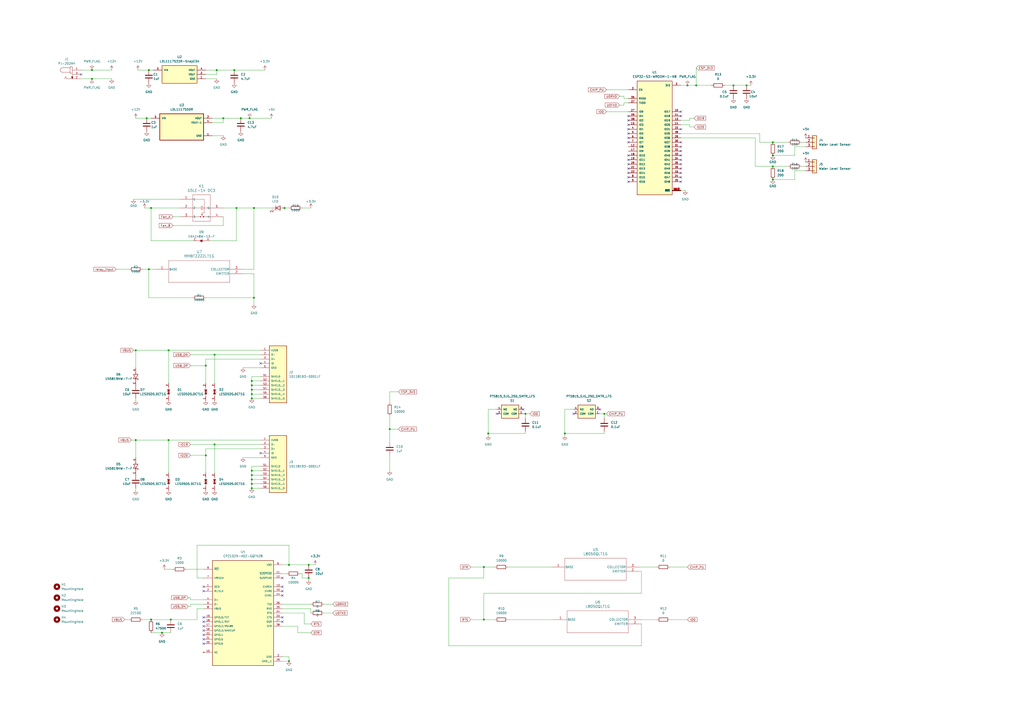
<source format=kicad_sch>
(kicad_sch (version 20230121) (generator eeschema)
  (paper "A2")
  (junction (at 398.78 49.53))
  (junction (at 129.54 68.58))
  (junction (at 448.31 96.52))
  (junction (at 147.32 172.72))
  (junction (at 448.31 82.55))
  (junction (at 93.98 367.03))
  (junction (at 147.32 120.65))
  (junction (at 283.21 251.46))
  (junction (at 167.64 383.54))
  (junction (at 280.67 328.93))
  (junction (at 350.52 240.03))
  (junction (at 146.05 228.6))
  (junction (at 146.05 223.52))
  (junction (at 135.89 40.64))
  (junction (at 280.67 359.41))
  (junction (at 146.05 275.59))
  (junction (at 304.8 240.03))
  (junction (at 165.1 120.65))
  (junction (at 425.45 49.53))
  (junction (at 99.06 359.41))
  (junction (at 167.64 327.66))
  (junction (at 78.74 255.27))
  (junction (at 146.05 226.06))
  (junction (at 86.36 40.64))
  (junction (at 85.09 68.58))
  (junction (at 433.07 49.53))
  (junction (at 139.7 68.58))
  (junction (at 97.79 255.27))
  (junction (at 226.06 248.92))
  (junction (at 403.86 49.53))
  (junction (at 87.63 120.65))
  (junction (at 124.46 205.74))
  (junction (at 125.73 40.64))
  (junction (at 448.31 90.17))
  (junction (at 53.34 40.64))
  (junction (at 327.66 251.46))
  (junction (at 146.05 273.05))
  (junction (at 86.36 156.21))
  (junction (at 144.78 68.58))
  (junction (at 78.74 203.2))
  (junction (at 119.38 264.16))
  (junction (at 146.05 280.67))
  (junction (at 146.05 283.21))
  (junction (at 448.31 104.14))
  (junction (at 179.07 327.66))
  (junction (at 146.05 278.13))
  (junction (at 97.79 203.2))
  (junction (at 119.38 212.09))
  (junction (at 146.05 231.14))
  (junction (at 137.16 120.65))
  (junction (at 87.63 359.41))
  (junction (at 53.34 45.72))
  (junction (at 179.07 335.28))
  (junction (at 146.05 220.98))
  (junction (at 124.46 257.81))
  (no_connect (at 364.49 69.85))
  (no_connect (at 151.13 262.89))
  (no_connect (at 394.97 64.77))
  (no_connect (at 394.97 105.41))
  (no_connect (at 163.83 358.14))
  (no_connect (at 394.97 90.17))
  (no_connect (at 364.49 105.41))
  (no_connect (at 364.49 92.71))
  (no_connect (at 364.49 72.39))
  (no_connect (at 364.49 97.79))
  (no_connect (at 394.97 87.63))
  (no_connect (at 46.99 43.18))
  (no_connect (at 364.49 82.55))
  (no_connect (at 163.83 360.68))
  (no_connect (at 364.49 77.47))
  (no_connect (at 394.97 95.25))
  (no_connect (at 394.97 67.31))
  (no_connect (at 118.11 373.38))
  (no_connect (at 394.97 74.93))
  (no_connect (at 332.74 240.03))
  (no_connect (at 364.49 90.17))
  (no_connect (at 118.11 370.84))
  (no_connect (at 163.83 345.44))
  (no_connect (at 118.11 358.14))
  (no_connect (at 394.97 92.71))
  (no_connect (at 118.11 368.3))
  (no_connect (at 394.97 82.55))
  (no_connect (at 118.11 365.76))
  (no_connect (at 163.83 342.9))
  (no_connect (at 394.97 102.87))
  (no_connect (at 364.49 102.87))
  (no_connect (at 303.53 237.49))
  (no_connect (at 364.49 100.33))
  (no_connect (at 163.83 340.36))
  (no_connect (at 118.11 342.9))
  (no_connect (at 394.97 85.09))
  (no_connect (at 364.49 67.31))
  (no_connect (at 364.49 74.93))
  (no_connect (at 394.97 100.33))
  (no_connect (at 394.97 97.79))
  (no_connect (at 163.83 335.28))
  (no_connect (at 118.11 363.22))
  (no_connect (at 288.29 240.03))
  (no_connect (at 118.11 360.68))
  (no_connect (at 347.98 237.49))
  (no_connect (at 151.13 210.82))
  (no_connect (at 364.49 80.01))
  (no_connect (at 364.49 95.25))
  (no_connect (at 118.11 340.36))
  (wire (pts (xy 144.78 68.58) (xy 157.48 68.58)))
  (wire (pts (xy 119.38 40.64) (xy 125.73 40.64)))
  (wire (pts (xy 283.21 251.46) (xy 304.8 251.46)))
  (wire (pts (xy 146.05 278.13) (xy 151.13 278.13)))
  (wire (pts (xy 78.74 203.2) (xy 97.79 203.2)))
  (wire (pts (xy 167.64 381) (xy 167.64 383.54)))
  (wire (pts (xy 165.1 120.65) (xy 167.64 120.65)))
  (wire (pts (xy 147.32 156.21) (xy 140.97 156.21)))
  (wire (pts (xy 226.06 264.16) (xy 226.06 273.05)))
  (wire (pts (xy 86.36 40.64) (xy 88.9 40.64)))
  (wire (pts (xy 294.64 359.41) (xy 321.31 359.41)))
  (wire (pts (xy 146.05 223.52) (xy 146.05 226.06)))
  (wire (pts (xy 304.8 240.03) (xy 307.34 240.03)))
  (wire (pts (xy 129.54 71.12) (xy 129.54 68.58)))
  (wire (pts (xy 80.01 40.64) (xy 86.36 40.64)))
  (wire (pts (xy 172.72 363.22) (xy 172.72 367.03)))
  (wire (pts (xy 46.99 45.72) (xy 53.34 45.72)))
  (wire (pts (xy 125.73 40.64) (xy 135.89 40.64)))
  (wire (pts (xy 226.06 248.92) (xy 226.06 256.54)))
  (wire (pts (xy 146.05 220.98) (xy 146.05 223.52)))
  (wire (pts (xy 394.97 72.39) (xy 400.05 72.39)))
  (wire (pts (xy 146.05 223.52) (xy 151.13 223.52)))
  (wire (pts (xy 350.52 240.03) (xy 351.79 240.03)))
  (wire (pts (xy 146.05 228.6) (xy 146.05 231.14)))
  (wire (pts (xy 146.05 218.44) (xy 146.05 220.98)))
  (wire (pts (xy 97.79 203.2) (xy 151.13 203.2)))
  (wire (pts (xy 435.61 49.53) (xy 433.07 49.53)))
  (wire (pts (xy 46.99 40.64) (xy 53.34 40.64)))
  (wire (pts (xy 226.06 248.92) (xy 231.14 248.92)))
  (wire (pts (xy 110.49 351.79) (xy 110.49 350.52)))
  (wire (pts (xy 359.41 55.88) (xy 361.95 55.88)))
  (wire (pts (xy 163.83 353.06) (xy 180.34 353.06)))
  (wire (pts (xy 327.66 237.49) (xy 327.66 251.46)))
  (wire (pts (xy 121.92 139.7) (xy 137.16 139.7)))
  (wire (pts (xy 110.49 257.81) (xy 124.46 257.81)))
  (wire (pts (xy 400.05 69.85) (xy 400.05 68.58)))
  (wire (pts (xy 119.38 264.16) (xy 119.38 260.35)))
  (wire (pts (xy 146.05 275.59) (xy 146.05 278.13)))
  (wire (pts (xy 372.11 361.95) (xy 372.11 374.65)))
  (wire (pts (xy 110.49 205.74) (xy 124.46 205.74)))
  (wire (pts (xy 123.19 78.74) (xy 129.54 78.74)))
  (wire (pts (xy 146.05 278.13) (xy 146.05 280.67)))
  (wire (pts (xy 350.52 250.19) (xy 350.52 251.46)))
  (wire (pts (xy 119.38 264.16) (xy 119.38 274.32)))
  (wire (pts (xy 119.38 208.28) (xy 151.13 208.28)))
  (wire (pts (xy 464.82 96.52) (xy 467.36 96.52)))
  (wire (pts (xy 440.69 82.55) (xy 448.31 82.55)))
  (wire (pts (xy 100.33 125.73) (xy 104.14 125.73)))
  (wire (pts (xy 187.96 355.6) (xy 193.04 355.6)))
  (wire (pts (xy 100.33 130.81) (xy 129.54 130.81)))
  (wire (pts (xy 370.84 328.93) (xy 381 328.93)))
  (wire (pts (xy 433.07 49.53) (xy 425.45 49.53)))
  (wire (pts (xy 372.11 374.65) (xy 260.35 374.65)))
  (wire (pts (xy 461.01 104.14) (xy 448.31 104.14)))
  (wire (pts (xy 110.49 212.09) (xy 119.38 212.09)))
  (wire (pts (xy 461.01 99.06) (xy 461.01 104.14)))
  (wire (pts (xy 78.74 255.27) (xy 78.74 265.43)))
  (wire (pts (xy 146.05 220.98) (xy 151.13 220.98)))
  (wire (pts (xy 394.97 69.85) (xy 400.05 69.85)))
  (wire (pts (xy 107.95 330.2) (xy 118.11 330.2)))
  (wire (pts (xy 119.38 43.18) (xy 125.73 43.18)))
  (wire (pts (xy 260.35 335.28) (xy 280.67 335.28)))
  (wire (pts (xy 163.83 381) (xy 167.64 381)))
  (wire (pts (xy 139.7 68.58) (xy 144.78 68.58)))
  (wire (pts (xy 140.97 158.75) (xy 147.32 158.75)))
  (wire (pts (xy 129.54 68.58) (xy 139.7 68.58)))
  (wire (pts (xy 173.99 332.74) (xy 175.26 332.74)))
  (wire (pts (xy 114.3 335.28) (xy 114.3 316.23)))
  (wire (pts (xy 114.3 359.41) (xy 99.06 359.41)))
  (wire (pts (xy 147.32 172.72) (xy 147.32 176.53)))
  (wire (pts (xy 464.82 82.55) (xy 467.36 82.55)))
  (wire (pts (xy 53.34 45.72) (xy 64.77 45.72)))
  (wire (pts (xy 398.78 49.53) (xy 403.86 49.53)))
  (wire (pts (xy 87.63 367.03) (xy 93.98 367.03)))
  (wire (pts (xy 147.32 120.65) (xy 147.32 156.21)))
  (wire (pts (xy 370.84 331.47) (xy 372.11 331.47)))
  (wire (pts (xy 176.53 355.6) (xy 176.53 361.95)))
  (wire (pts (xy 332.74 237.49) (xy 327.66 237.49)))
  (wire (pts (xy 124.46 257.81) (xy 124.46 274.32)))
  (wire (pts (xy 400.05 72.39) (xy 400.05 73.66)))
  (wire (pts (xy 280.67 359.41) (xy 287.02 359.41)))
  (wire (pts (xy 163.83 332.74) (xy 166.37 332.74)))
  (wire (pts (xy 146.05 283.21) (xy 151.13 283.21)))
  (wire (pts (xy 114.3 353.06) (xy 114.3 359.41)))
  (wire (pts (xy 86.36 172.72) (xy 86.36 156.21)))
  (wire (pts (xy 97.79 255.27) (xy 97.79 274.32)))
  (wire (pts (xy 440.69 77.47) (xy 440.69 82.55)))
  (wire (pts (xy 146.05 273.05) (xy 146.05 275.59)))
  (wire (pts (xy 420.37 49.53) (xy 425.45 49.53)))
  (wire (pts (xy 327.66 251.46) (xy 327.66 252.73)))
  (wire (pts (xy 163.83 383.54) (xy 167.64 383.54)))
  (wire (pts (xy 78.74 68.58) (xy 85.09 68.58)))
  (wire (pts (xy 400.05 73.66) (xy 402.59 73.66)))
  (wire (pts (xy 110.49 264.16) (xy 119.38 264.16)))
  (wire (pts (xy 461.01 90.17) (xy 448.31 90.17)))
  (wire (pts (xy 359.41 60.96) (xy 361.95 60.96)))
  (wire (pts (xy 140.97 265.43) (xy 151.13 265.43)))
  (wire (pts (xy 123.19 71.12) (xy 129.54 71.12)))
  (wire (pts (xy 448.31 96.52) (xy 457.2 96.52)))
  (wire (pts (xy 280.67 335.28) (xy 280.67 328.93)))
  (wire (pts (xy 78.74 255.27) (xy 97.79 255.27)))
  (wire (pts (xy 294.64 328.93) (xy 320.04 328.93)))
  (wire (pts (xy 347.98 240.03) (xy 350.52 240.03)))
  (wire (pts (xy 119.38 260.35) (xy 151.13 260.35)))
  (wire (pts (xy 283.21 237.49) (xy 283.21 251.46)))
  (wire (pts (xy 87.63 359.41) (xy 99.06 359.41)))
  (wire (pts (xy 114.3 316.23) (xy 167.64 316.23)))
  (wire (pts (xy 78.74 203.2) (xy 78.74 213.36)))
  (wire (pts (xy 124.46 205.74) (xy 151.13 205.74)))
  (wire (pts (xy 403.86 49.53) (xy 412.75 49.53)))
  (wire (pts (xy 438.15 80.01) (xy 438.15 96.52)))
  (wire (pts (xy 119.38 45.72) (xy 125.73 45.72)))
  (wire (pts (xy 179.07 336.55) (xy 179.07 335.28)))
  (wire (pts (xy 53.34 40.64) (xy 64.77 40.64)))
  (wire (pts (xy 146.05 280.67) (xy 151.13 280.67)))
  (wire (pts (xy 175.26 332.74) (xy 175.26 335.28)))
  (wire (pts (xy 129.54 120.65) (xy 137.16 120.65)))
  (wire (pts (xy 273.05 328.93) (xy 280.67 328.93)))
  (wire (pts (xy 180.34 353.06) (xy 180.34 355.6)))
  (wire (pts (xy 372.11 344.17) (xy 280.67 344.17)))
  (wire (pts (xy 119.38 212.09) (xy 119.38 208.28)))
  (wire (pts (xy 175.26 335.28) (xy 179.07 335.28)))
  (wire (pts (xy 146.05 275.59) (xy 151.13 275.59)))
  (wire (pts (xy 125.73 43.18) (xy 125.73 40.64)))
  (wire (pts (xy 151.13 270.51) (xy 146.05 270.51)))
  (wire (pts (xy 283.21 251.46) (xy 283.21 252.73)))
  (wire (pts (xy 361.95 57.15) (xy 364.49 57.15)))
  (wire (pts (xy 77.47 115.57) (xy 104.14 115.57)))
  (wire (pts (xy 124.46 257.81) (xy 151.13 257.81)))
  (wire (pts (xy 280.67 344.17) (xy 280.67 359.41)))
  (wire (pts (xy 394.97 49.53) (xy 398.78 49.53)))
  (wire (pts (xy 110.49 347.98) (xy 118.11 347.98)))
  (wire (pts (xy 110.49 346.71) (xy 110.49 347.98)))
  (wire (pts (xy 350.52 251.46) (xy 327.66 251.46)))
  (wire (pts (xy 179.07 327.66) (xy 182.88 327.66)))
  (wire (pts (xy 372.11 331.47) (xy 372.11 344.17)))
  (wire (pts (xy 135.89 40.64) (xy 153.67 40.64)))
  (wire (pts (xy 87.63 120.65) (xy 104.14 120.65)))
  (wire (pts (xy 394.97 80.01) (xy 438.15 80.01)))
  (wire (pts (xy 231.14 227.33) (xy 226.06 227.33)))
  (wire (pts (xy 350.52 240.03) (xy 350.52 242.57)))
  (wire (pts (xy 303.53 240.03) (xy 304.8 240.03)))
  (wire (pts (xy 146.05 226.06) (xy 146.05 228.6)))
  (wire (pts (xy 146.05 280.67) (xy 146.05 283.21)))
  (wire (pts (xy 77.47 203.2) (xy 78.74 203.2)))
  (wire (pts (xy 288.29 237.49) (xy 283.21 237.49)))
  (wire (pts (xy 137.16 139.7) (xy 137.16 120.65)))
  (wire (pts (xy 226.06 241.3) (xy 226.06 248.92)))
  (wire (pts (xy 351.79 52.07) (xy 364.49 52.07)))
  (wire (pts (xy 140.97 213.36) (xy 151.13 213.36)))
  (wire (pts (xy 85.09 68.58) (xy 87.63 68.58)))
  (wire (pts (xy 129.54 125.73) (xy 129.54 130.81)))
  (wire (pts (xy 146.05 270.51) (xy 146.05 273.05)))
  (wire (pts (xy 361.95 59.69) (xy 364.49 59.69)))
  (wire (pts (xy 110.49 350.52) (xy 118.11 350.52)))
  (wire (pts (xy 109.22 346.71) (xy 110.49 346.71)))
  (wire (pts (xy 146.05 273.05) (xy 151.13 273.05)))
  (wire (pts (xy 388.62 359.41) (xy 398.78 359.41)))
  (wire (pts (xy 123.19 68.58) (xy 129.54 68.58)))
  (wire (pts (xy 146.05 226.06) (xy 151.13 226.06)))
  (wire (pts (xy 111.76 172.72) (xy 86.36 172.72)))
  (wire (pts (xy 87.63 139.7) (xy 111.76 139.7)))
  (wire (pts (xy 146.05 228.6) (xy 151.13 228.6)))
  (wire (pts (xy 361.95 55.88) (xy 361.95 57.15)))
  (wire (pts (xy 187.96 350.52) (xy 193.04 350.52)))
  (wire (pts (xy 167.64 327.66) (xy 179.07 327.66)))
  (wire (pts (xy 163.83 120.65) (xy 165.1 120.65)))
  (wire (pts (xy 461.01 85.09) (xy 461.01 90.17)))
  (wire (pts (xy 403.86 39.37) (xy 403.86 49.53)))
  (wire (pts (xy 163.83 355.6) (xy 176.53 355.6)))
  (wire (pts (xy 151.13 218.44) (xy 146.05 218.44)))
  (wire (pts (xy 400.05 68.58) (xy 402.59 68.58)))
  (wire (pts (xy 273.05 359.41) (xy 280.67 359.41)))
  (wire (pts (xy 163.83 363.22) (xy 172.72 363.22)))
  (wire (pts (xy 95.25 330.2) (xy 100.33 330.2)))
  (wire (pts (xy 304.8 250.19) (xy 304.8 251.46)))
  (wire (pts (xy 438.15 96.52) (xy 448.31 96.52)))
  (wire (pts (xy 87.63 139.7) (xy 87.63 120.65)))
  (wire (pts (xy 461.01 99.06) (xy 467.36 99.06)))
  (wire (pts (xy 82.55 156.21) (xy 86.36 156.21)))
  (wire (pts (xy 394.97 77.47) (xy 440.69 77.47)))
  (wire (pts (xy 172.72 367.03) (xy 180.34 367.03)))
  (wire (pts (xy 146.05 231.14) (xy 151.13 231.14)))
  (wire (pts (xy 119.38 172.72) (xy 147.32 172.72)))
  (wire (pts (xy 147.32 158.75) (xy 147.32 172.72)))
  (wire (pts (xy 163.83 327.66) (xy 167.64 327.66)))
  (wire (pts (xy 83.82 120.65) (xy 87.63 120.65)))
  (wire (pts (xy 163.83 350.52) (xy 180.34 350.52)))
  (wire (pts (xy 109.22 351.79) (xy 110.49 351.79)))
  (wire (pts (xy 67.31 156.21) (xy 74.93 156.21)))
  (wire (pts (xy 388.62 328.93) (xy 398.78 328.93)))
  (wire (pts (xy 82.55 359.41) (xy 87.63 359.41)))
  (wire (pts (xy 175.26 120.65) (xy 180.34 120.65)))
  (wire (pts (xy 167.64 316.23) (xy 167.64 327.66)))
  (wire (pts (xy 76.2 255.27) (xy 78.74 255.27)))
  (wire (pts (xy 93.98 367.03) (xy 99.06 367.03)))
  (wire (pts (xy 226.06 227.33) (xy 226.06 233.68)))
  (wire (pts (xy 397.51 110.49) (xy 394.97 110.49)))
  (wire (pts (xy 137.16 120.65) (xy 147.32 120.65)))
  (wire (pts (xy 176.53 361.95) (xy 180.34 361.95)))
  (wire (pts (xy 361.95 60.96) (xy 361.95 59.69)))
  (wire (pts (xy 260.35 374.65) (xy 260.35 335.28)))
  (wire (pts (xy 97.79 203.2) (xy 97.79 222.25)))
  (wire (pts (xy 280.67 328.93) (xy 287.02 328.93)))
  (wire (pts (xy 448.31 82.55) (xy 457.2 82.55)))
  (wire (pts (xy 372.11 359.41) (xy 381 359.41)))
  (wire (pts (xy 124.46 205.74) (xy 124.46 222.25)))
  (wire (pts (xy 351.79 64.77) (xy 364.49 64.77)))
  (wire (pts (xy 97.79 255.27) (xy 151.13 255.27)))
  (wire (pts (xy 119.38 212.09) (xy 119.38 222.25)))
  (wire (pts (xy 78.74 231.14) (xy 78.74 232.41)))
  (wire (pts (xy 72.39 359.41) (xy 74.93 359.41)))
  (wire (pts (xy 304.8 240.03) (xy 304.8 242.57)))
  (wire (pts (xy 86.36 156.21) (xy 90.17 156.21)))
  (wire (pts (xy 78.74 283.21) (xy 78.74 284.48)))
  (wire (pts (xy 118.11 353.06) (xy 114.3 353.06)))
  (wire (pts (xy 147.32 120.65) (xy 157.48 120.65)))
  (wire (pts (xy 461.01 85.09) (xy 467.36 85.09)))
  (wire (pts (xy 118.11 335.28) (xy 114.3 335.28)))
  (global_label "U0RXD" (shape input) (at 359.41 55.88 180) (property "Intersheetrefs" "${INTERSHEET_REFS}" (effects hide)))
  (global_label "VBUS" (shape input) (at 76.2 255.27 180) (property "Intersheetrefs" "${INTERSHEET_REFS}" (effects hide)))
  (global_label "IO0" (shape input) (at 307.34 240.03 0) (property "Intersheetrefs" "${INTERSHEET_REFS}" (effects hide)))
  (global_label "U0RXD" (shape input) (at 193.04 350.52 0) (property "Intersheetrefs" "${INTERSHEET_REFS}" (effects hide)))
  (global_label "Fan_B" (shape input) (at 100.33 130.81 180) (property "Intersheetrefs" "${INTERSHEET_REFS}" (effects hide)))
  (global_label "U0TXD" (shape input) (at 193.04 355.6 0) (property "Intersheetrefs" "${INTERSHEET_REFS}" (effects hide)))
  (global_label "CHIP_PU" (shape input) (at 398.78 328.93 0) (property "Intersheetrefs" "${INTERSHEET_REFS}" (effects hide)))
  (global_label "ESP_3V3" (shape input) (at 403.86 39.37 0) (property "Intersheetrefs" "${INTERSHEET_REFS}" (effects hide)))
  (global_label "CHIP_PU" (shape input) (at 351.79 52.07 180) (property "Intersheetrefs" "${INTERSHEET_REFS}" (effects hide)))
  (global_label "DTR" (shape input) (at 273.05 328.93 180) (property "Intersheetrefs" "${INTERSHEET_REFS}" (effects hide)))
  (global_label "IO19" (shape input) (at 402.59 68.58 0) (property "Intersheetrefs" "${INTERSHEET_REFS}" (effects hide)))
  (global_label "RTS" (shape input) (at 273.05 359.41 180) (property "Intersheetrefs" "${INTERSHEET_REFS}" (effects hide)))
  (global_label "IO0" (shape input) (at 351.79 64.77 180) (property "Intersheetrefs" "${INTERSHEET_REFS}" (effects hide)))
  (global_label "CHIP_PU" (shape input) (at 231.14 248.92 0) (property "Intersheetrefs" "${INTERSHEET_REFS}" (effects hide)))
  (global_label "Fan_A" (shape input) (at 100.33 125.73 180) (property "Intersheetrefs" "${INTERSHEET_REFS}" (effects hide)))
  (global_label "IO20" (shape input) (at 110.49 264.16 180) (property "Intersheetrefs" "${INTERSHEET_REFS}" (effects hide)))
  (global_label "USB_DP" (shape input) (at 110.49 212.09 180) (property "Intersheetrefs" "${INTERSHEET_REFS}" (effects hide)))
  (global_label "VBUS" (shape input) (at 77.47 203.2 180) (property "Intersheetrefs" "${INTERSHEET_REFS}" (effects hide)))
  (global_label "U0TXD" (shape input) (at 359.41 60.96 180) (property "Intersheetrefs" "${INTERSHEET_REFS}" (effects hide)))
  (global_label "VBUS" (shape input) (at 72.39 359.41 180) (property "Intersheetrefs" "${INTERSHEET_REFS}" (effects hide)))
  (global_label "USB_DN" (shape input) (at 109.22 351.79 180) (property "Intersheetrefs" "${INTERSHEET_REFS}" (effects hide)))
  (global_label "RTS" (shape input) (at 180.34 361.95 0) (property "Intersheetrefs" "${INTERSHEET_REFS}" (effects hide)))
  (global_label "IO20" (shape input) (at 402.59 73.66 0) (property "Intersheetrefs" "${INTERSHEET_REFS}" (effects hide)))
  (global_label "CHIP_PU" (shape input) (at 351.79 240.03 0) (property "Intersheetrefs" "${INTERSHEET_REFS}" (effects hide)))
  (global_label "ESP_3V3" (shape input) (at 231.14 227.33 0) (property "Intersheetrefs" "${INTERSHEET_REFS}" (effects hide)))
  (global_label "USB_DN" (shape input) (at 110.49 205.74 180) (property "Intersheetrefs" "${INTERSHEET_REFS}" (effects hide)))
  (global_label "relay_input" (shape input) (at 67.31 156.21 180) (property "Intersheetrefs" "${INTERSHEET_REFS}" (effects hide)))
  (global_label "DTR" (shape input) (at 180.34 367.03 0) (property "Intersheetrefs" "${INTERSHEET_REFS}" (effects hide)))
  (global_label "USB_DP" (shape input) (at 109.22 346.71 180) (property "Intersheetrefs" "${INTERSHEET_REFS}" (effects hide)))
  (global_label "IO19" (shape input) (at 110.49 257.81 180) (property "Intersheetrefs" "${INTERSHEET_REFS}" (effects hide)))
  (global_label "IO0" (shape input) (at 398.78 359.41 0) (property "Intersheetrefs" "${INTERSHEET_REFS}" (effects hide)))
  (symbol (lib_id "power:GND") (at 85.09 76.2 0) (unit 1)
    (property "Reference" "#PWR08" (effects hide))
    (property "Value" "GND" (at 85.09 81.28 0))
  )
  (symbol (lib_id "ECE445:LESD5D5.0CT1G") (at 124.46 279.4 90) (unit 1)
    (property "Reference" "D4" (at 127 278.13 90) (effects (justify right)))
    (property "Value" "LESD5D5.0CT1G" (at 127 280.67 90) (effects (justify right)))
    (property "Footprint" "ECE445:LESD5D5_0CT1G" (effects hide))
    (property "MF" "Leshan Radio Co." (effects hide))
    (property "MAXIMUM_PACKAGE_HEIGHT" "0.7 mm" (effects hide))
    (property "Package" "None" (effects hide))
    (property "Price" "None" (effects hide))
    (property "Check_prices" "https://www.snapeda.com/parts/LESD5D5.0CT1G/Leshan+Radio+Co./view-part/?ref=eda" (effects hide))
    (property "STANDARD" "Manufacturer Recommendations" (effects hide))
    (property "PARTREV" "O" (effects hide))
    (property "SnapEDA_Link" "https://www.snapeda.com/parts/LESD5D5.0CT1G/Leshan+Radio+Co./view-part/?ref=snap" (effects hide))
    (property "MP" "LESD5D5.0CT1G" (effects hide))
    (property "Description" "\nTransient Voltage Suppressors for ESD Protection\n" (effects hide))
    (property "Availability" "Not in stock" (effects hide))
    (property "MANUFACTURER" "LRC" (effects hide))
  )
  (symbol (lib_id "power:GND") (at 425.45 57.15 0) (mirror y) (unit 1)
    (property "Reference" "#PWR014" (effects hide))
    (property "Value" "GND" (at 425.45 62.23 0))
  )
  (symbol (lib_id "Mechanical:MountingHole") (at 33.02 359.41 0) (unit 1)
    (property "Reference" "H4" (at 35.56 358.14 0) (effects (justify left)))
    (property "Value" "MountingHole" (at 35.56 360.68 0) (effects (justify left)))
    (property "Footprint" "MountingHole:MountingHole_3.2mm_M3" (effects hide))
  )
  (symbol (lib_id "Device:R") (at 171.45 120.65 90) (unit 1)
    (property "Reference" "R19" (at 171.45 119.38 90))
    (property "Value" "1000" (at 171.45 121.92 90))
  )
  (symbol (lib_id "Device:R") (at 461.01 96.52 90) (unit 1)
    (property "Reference" "R16" (at 461.01 95.25 90))
    (property "Value" "100" (at 461.01 97.79 90))
  )
  (symbol (lib_id "Device:R") (at 184.15 355.6 90) (unit 1)
    (property "Reference" "R8" (at 184.15 354.33 90))
    (property "Value" "0" (at 184.15 356.87 90))
    (property "Footprint" "Resistor_SMD:R_0805_2012Metric_Pad1.20x1.40mm_HandSolder" (effects hide))
  )
  (symbol (lib_id "Connector_Generic:Conn_01x03") (at 472.44 96.52 0) (unit 1)
    (property "Reference" "J5" (at 474.98 95.25 0) (effects (justify left)))
    (property "Value" "Water Level Sensor" (at 474.98 97.79 0) (effects (justify left)))
  )
  (symbol (lib_id "power:PWR_FLAG") (at 53.34 40.64 0) (unit 1)
    (property "Reference" "#FLG01" (effects hide))
    (property "Value" "PWR_FLAG" (at 53.34 35.56 0))
  )
  (symbol (lib_id "power:GND") (at 448.31 90.17 0) (unit 1)
    (property "Reference" "#PWR037" (effects hide))
    (property "Value" "GND" (at 448.31 93.98 0))
  )
  (symbol (lib_id "power:GND") (at 97.79 284.48 0) (unit 1)
    (property "Reference" "#PWR033" (effects hide))
    (property "Value" "GND" (at 97.79 289.56 0))
  )
  (symbol (lib_id "power:+5V") (at 467.36 80.01 0) (unit 1)
    (property "Reference" "#PWR034" (effects hide))
    (property "Value" "+5V" (at 467.36 74.93 0))
  )
  (symbol (lib_id "power:+3.3V") (at 83.82 120.65 0) (unit 1)
    (property "Reference" "#PWR042" (effects hide))
    (property "Value" "+3.3V" (at 83.82 116.84 0))
  )
  (symbol (lib_id "ECE445:L8050QLT1G") (at 321.31 359.41 0) (unit 1)
    (property "Reference" "U6" (at 346.71 349.25 0) (effects (font (size 1.524 1.524))))
    (property "Value" "L8050QLT1G" (at 346.71 351.79 0) (effects (font (size 1.524 1.524))))
    (property "Footprint" "ECE445:SOT-23_ONS" (effects hide))
    (property "Datasheet" "KSC3265YMTF" (effects hide))
  )
  (symbol (lib_id "Device:R") (at 290.83 328.93 90) (unit 1)
    (property "Reference" "R9" (at 290.83 322.58 90))
    (property "Value" "10000" (at 290.83 325.12 90))
    (property "Footprint" "Resistor_SMD:R_0805_2012Metric_Pad1.20x1.40mm_HandSolder" (effects hide))
  )
  (symbol (lib_id "Connector_Generic:Conn_01x03") (at 472.44 82.55 0) (unit 1)
    (property "Reference" "J4" (at 474.98 81.28 0) (effects (justify left)))
    (property "Value" "Water Level Sensor" (at 474.98 83.82 0) (effects (justify left)))
  )
  (symbol (lib_id "Device:R") (at 448.31 100.33 0) (unit 1)
    (property "Reference" "R18" (at 450.85 99.06 0) (effects (justify left)))
    (property "Value" "200" (at 450.85 101.6 0) (effects (justify left)))
  )
  (symbol (lib_id "power:GND") (at 119.38 284.48 0) (unit 1)
    (property "Reference" "#PWR018" (effects hide))
    (property "Value" "GND" (at 119.38 289.56 0))
  )
  (symbol (lib_id "ECE445:L8050QLT1G") (at 320.04 328.93 0) (unit 1)
    (property "Reference" "U5" (at 345.44 318.77 0) (effects (font (size 1.524 1.524))))
    (property "Value" "L8050QLT1G" (at 345.44 321.31 0) (effects (font (size 1.524 1.524))))
    (property "Footprint" "ECE445:SOT-23_ONS" (effects hide))
    (property "Datasheet" "KSC3265YMTF" (effects hide))
  )
  (symbol (lib_id "ECE445:MMBT2222LT1G") (at 90.17 156.21 0) (unit 1)
    (property "Reference" "U7" (at 115.57 146.05 0) (effects (font (size 1.524 1.524))))
    (property "Value" "MMBT2222LT1G" (at 115.57 148.59 0) (effects (font (size 1.524 1.524))))
    (property "Footprint" "SOT-23-3_1P4X3P040_ONS" (effects hide))
    (property "Datasheet" "MMBT2222LT1G" (effects hide))
  )
  (symbol (lib_id "Device:R") (at 226.06 237.49 0) (unit 1)
    (property "Reference" "R14" (at 228.6 236.22 0) (effects (justify left)))
    (property "Value" "10000" (at 228.6 238.76 0) (effects (justify left)))
    (property "Footprint" "Resistor_SMD:R_0805_2012Metric_Pad1.20x1.40mm_HandSolder" (effects hide))
  )
  (symbol (lib_id "Device:C") (at 99.06 363.22 0) (unit 1)
    (property "Reference" "C9" (at 102.87 361.95 0) (effects (justify left)))
    (property "Value" "1uF" (at 102.87 364.49 0) (effects (justify left)))
    (property "Footprint" "Capacitor_SMD:C_0805_2012Metric_Pad1.18x1.45mm_HandSolder" (effects hide))
  )
  (symbol (lib_id "power:GND") (at 129.54 78.74 0) (unit 1)
    (property "Reference" "#PWR036" (effects hide))
    (property "Value" "GND" (at 129.54 83.82 0))
  )
  (symbol (lib_id "power:GND") (at 139.7 76.2 0) (unit 1)
    (property "Reference" "#PWR039" (effects hide))
    (property "Value" "GND" (at 139.7 81.28 0))
  )
  (symbol (lib_id "ECE445:10118193-0001LF") (at 161.29 262.89 0) (unit 1)
    (property "Reference" "J3" (at 167.64 267.97 0) (effects (justify left)))
    (property "Value" "10118193-0001LF" (at 167.64 270.51 0) (effects (justify left)))
    (property "Footprint" "ECE445:10118193-0001LF" (effects hide))
    (property "PARTREV" "E" (effects hide))
    (property "MANUFACTURER" "Amphenol FCI" (effects hide))
    (property "MAXIMUM_PACKAGE_HEIGHT" "2.55 mm" (effects hide))
    (property "STANDARD" "Manufacturer Recommendations" (effects hide))
  )
  (symbol (lib_id "Device:C") (at 135.89 44.45 0) (unit 1)
    (property "Reference" "C2" (at 139.7 43.18 0) (effects (justify left)))
    (property "Value" "4.7uF" (at 139.7 45.72 0) (effects (justify left)))
    (property "Footprint" "Capacitor_SMD:C_0805_2012Metric_Pad1.18x1.45mm_HandSolder" (effects hide))
  )
  (symbol (lib_id "ECE445:1N5819HW-7-F") (at 78.74 270.51 270) (unit 1)
    (property "Reference" "D5" (at 67.31 269.24 90) (effects (justify left)))
    (property "Value" "1N5819HW-7-F" (at 60.96 271.78 90) (effects (justify left)))
    (property "Footprint" "ECE445:1N5819HW-7-F" (effects hide))
    (property "PARTREV" "18-2" (effects hide))
    (property "STANDARD" "IPC-7351B" (effects hide))
    (property "MANUFACTURER" "Diodes Inc." (effects hide))
  )
  (symbol (lib_id "Device:C") (at 350.52 246.38 0) (unit 1)
    (property "Reference" "C12" (at 354.33 245.11 0) (effects (justify left)))
    (property "Value" "0.1uF" (at 354.33 247.65 0) (effects (justify left)))
    (property "Footprint" "Capacitor_SMD:C_0805_2012Metric_Pad1.18x1.45mm_HandSolder" (effects hide))
  )
  (symbol (lib_id "ECE445:1N5819HW-7-F") (at 78.74 218.44 270) (unit 1)
    (property "Reference" "D6" (at 67.31 217.17 90) (effects (justify left)))
    (property "Value" "1N5819HW-7-F" (at 60.96 219.71 90) (effects (justify left)))
    (property "Footprint" "ECE445:1N5819HW-7-F" (effects hide))
    (property "PARTREV" "18-2" (effects hide))
    (property "STANDARD" "IPC-7351B" (effects hide))
    (property "MANUFACTURER" "Diodes Inc." (effects hide))
  )
  (symbol (lib_id "ECE445:LESD5D5.0CT1G") (at 119.38 227.33 90) (unit 1)
    (property "Reference" "D1" (at 102.87 226.06 90) (effects (justify right)))
    (property "Value" "LESD5D5.0CT1G" (at 102.87 228.6 90) (effects (justify right)))
    (property "Footprint" "ECE445:LESD5D5_0CT1G" (effects hide))
    (property "MF" "Leshan Radio Co." (effects hide))
    (property "MAXIMUM_PACKAGE_HEIGHT" "0.7 mm" (effects hide))
    (property "Package" "None" (effects hide))
    (property "Price" "None" (effects hide))
    (property "Check_prices" "https://www.snapeda.com/parts/LESD5D5.0CT1G/Leshan+Radio+Co./view-part/?ref=eda" (effects hide))
    (property "STANDARD" "Manufacturer Recommendations" (effects hide))
    (property "PARTREV" "O" (effects hide))
    (property "SnapEDA_Link" "https://www.snapeda.com/parts/LESD5D5.0CT1G/Leshan+Radio+Co./view-part/?ref=snap" (effects hide))
    (property "MP" "LESD5D5.0CT1G" (effects hide))
    (property "Description" "\nTransient Voltage Suppressors for ESD Protection\n" (effects hide))
    (property "Availability" "Not in stock" (effects hide))
    (property "MANUFACTURER" "LRC" (effects hide))
  )
  (symbol (lib_id "power:GND") (at 283.21 252.73 0) (unit 1)
    (property "Reference" "#PWR030" (effects hide))
    (property "Value" "GND" (at 283.21 257.81 0))
  )
  (symbol (lib_id "power:+12V") (at 64.77 40.64 0) (unit 1)
    (property "Reference" "#PWR01" (effects hide))
    (property "Value" "+12V" (at 64.77 35.56 0))
  )
  (symbol (lib_id "power:+3.3V") (at 182.88 327.66 0) (unit 1)
    (property "Reference" "#PWR025" (effects hide))
    (property "Value" "+3.3V" (at 182.88 322.58 0))
  )
  (symbol (lib_id "ECE445:ESP32-S3-WROOM-1-N8") (at 379.73 77.47 0) (unit 1)
    (property "Reference" "U1" (at 379.73 41.91 0))
    (property "Value" "ESP32-S3-WROOM-1-N8" (at 379.73 44.45 0))
    (property "Footprint" "ECE445:ESP32-S3-WROOM-1-N8-SnapEDA" (effects hide))
    (property "DigiKey_Part_Number" "1965-ESP32-S3-WROOM-1-N8TR-ND" (effects hide))
    (property "MF" "Espressif Systems" (effects hide))
    (property "DESCRIPTION" "Bluetooth, WiFi 802.11b/g/n, Bluetooth v5.0 Transceiver Module 2.4GHz PCB Trace Surface Mount" (effects hide))
    (property "PACKAGE" "None" (effects hide))
    (property "PRICE" "None" (effects hide))
    (property "Package" "NON STANDARD Espressif Systems" (effects hide))
    (property "Check_prices" "https://www.snapeda.com/parts/ESP32-S3-WROOM-1-N8/Espressif+Systems/view-part/?ref=eda" (effects hide))
    (property "SnapEDA_Link" "https://www.snapeda.com/parts/ESP32-S3-WROOM-1-N8/Espressif+Systems/view-part/?ref=snap" (effects hide))
    (property "MP" "ESP32-S3-WROOM-1-N8" (effects hide))
    (property "Purchase-URL" "https://www.snapeda.com/api/url_track_click_mouser/?unipart_id=11020927&manufacturer=Espressif Systems&part_name=ESP32-S3-WROOM-1-N8&search_term=None" (effects hide))
    (property "Description" "\nWiFi 802.11a/b/g/n, Bluetooth v5.0 Transceiver Module 2.4GHz Antenna Not Included -\n" (effects hide))
    (property "AVAILABILITY" "In Stock" (effects hide))
    (property "PURCHASE-URL" "https://pricing.snapeda.com/search/part/ESP32-S3-WROOM-1-N8R8/?ref=eda" (effects hide))
  )
  (symbol (lib_id "power:GND") (at 179.07 336.55 0) (unit 1)
    (property "Reference" "#PWR026" (effects hide))
    (property "Value" "GND" (at 179.07 341.63 0))
  )
  (symbol (lib_id "ECE445:1N4148W-13-F") (at 116.84 139.7 180) (unit 1)
    (property "Reference" "D9" (at 116.84 134.62 0))
    (property "Value" "1N4148W-13-F" (at 116.84 137.16 0))
    (property "Footprint" "1N4148W-13-F:SOD3715X135N" (effects hide))
    (property "PARTREV" "28-2" (effects hide))
    (property "MANUFACTURER" "Diodes" (effects hide))
    (property "STANDARD" "IPC-7351B" (effects hide))
  )
  (symbol (lib_id "Device:C") (at 85.09 72.39 0) (unit 1)
    (property "Reference" "C3" (at 87.63 71.12 0) (effects (justify left)))
    (property "Value" "1uF" (at 87.63 73.66 0) (effects (justify left)))
    (property "Footprint" "Capacitor_SMD:C_0805_2012Metric_Pad1.18x1.45mm_HandSolder" (effects hide))
  )
  (symbol (lib_id "Device:R") (at 170.18 332.74 270) (unit 1)
    (property "Reference" "R4" (at 170.18 335.28 90))
    (property "Value" "10000" (at 170.18 337.82 90))
    (property "Footprint" "Resistor_SMD:R_0805_2012Metric_Pad1.20x1.40mm_HandSolder" (effects hide))
  )
  (symbol (lib_id "Device:R") (at 104.14 330.2 90) (unit 1)
    (property "Reference" "R3" (at 104.14 323.85 90))
    (property "Value" "1000" (at 104.14 326.39 90))
    (property "Footprint" "Resistor_SMD:R_0805_2012Metric_Pad1.20x1.40mm_HandSolder" (effects hide))
  )
  (symbol (lib_id "Mechanical:MountingHole") (at 33.02 353.06 0) (unit 1)
    (property "Reference" "H3" (at 35.56 351.79 0) (effects (justify left)))
    (property "Value" "MountingHole" (at 35.56 354.33 0) (effects (justify left)))
    (property "Footprint" "MountingHole:MountingHole_3.2mm_M3" (effects hide))
  )
  (symbol (lib_id "Device:LED") (at 161.29 120.65 0) (unit 1)
    (property "Reference" "D10" (at 159.7025 114.3 0))
    (property "Value" "LED" (at 159.7025 116.84 0))
  )
  (symbol (lib_id "power:GND") (at 125.73 45.72 0) (unit 1)
    (property "Reference" "#PWR04" (effects hide))
    (property "Value" "GND" (at 125.73 50.8 0))
  )
  (symbol (lib_id "power:GND") (at 147.32 176.53 0) (unit 1)
    (property "Reference" "#PWR043" (effects hide))
    (property "Value" "GND" (at 147.32 181.61 0))
  )
  (symbol (lib_id "Device:R") (at 184.15 350.52 90) (unit 1)
    (property "Reference" "R7" (at 184.15 349.25 90))
    (property "Value" "0" (at 184.15 351.79 90))
    (property "Footprint" "Resistor_SMD:R_0805_2012Metric_Pad1.20x1.40mm_HandSolder" (effects hide))
  )
  (symbol (lib_id "power:GND") (at 78.74 232.41 0) (unit 1)
    (property "Reference" "#PWR022" (effects hide))
    (property "Value" "GND" (at 78.74 237.49 0))
  )
  (symbol (lib_id "power:GND") (at 86.36 48.26 0) (unit 1)
    (property "Reference" "#PWR012" (effects hide))
    (property "Value" "GND" (at 86.36 53.34 0))
  )
  (symbol (lib_id "power:GND") (at 124.46 284.48 0) (unit 1)
    (property "Reference" "#PWR019" (effects hide))
    (property "Value" "GND" (at 124.46 289.56 0))
  )
  (symbol (lib_id "power:+12V") (at 78.74 68.58 0) (unit 1)
    (property "Reference" "#PWR06" (effects hide))
    (property "Value" "+12V" (at 78.74 63.5 0))
  )
  (symbol (lib_id "power:GND") (at 448.31 104.14 0) (unit 1)
    (property "Reference" "#PWR038" (effects hide))
    (property "Value" "GND" (at 448.31 107.95 0))
  )
  (symbol (lib_id "ECE445:G5LE-14_DC3") (at 104.14 115.57 0) (unit 1)
    (property "Reference" "K1" (at 116.84 107.95 0) (effects (font (size 1.524 1.524))))
    (property "Value" "G5LE-14 DC3" (at 116.84 110.49 0) (effects (font (size 1.524 1.524))))
    (property "Footprint" "RELAY_G5LE-1 DC5_OMR" (effects hide))
    (property "Datasheet" "G5LE-14 DC3" (effects hide))
  )
  (symbol (lib_id "Device:R") (at 290.83 359.41 90) (unit 1)
    (property "Reference" "R10" (at 290.83 353.06 90))
    (property "Value" "10000" (at 290.83 355.6 90))
    (property "Footprint" "Resistor_SMD:R_0805_2012Metric_Pad1.20x1.40mm_HandSolder" (effects hide))
  )
  (symbol (lib_id "Device:C") (at 139.7 72.39 0) (unit 1)
    (property "Reference" "C13" (at 143.51 71.12 0) (effects (justify left)))
    (property "Value" "4.7uF" (at 143.51 73.66 0) (effects (justify left)))
    (property "Footprint" "Capacitor_SMD:C_0805_2012Metric_Pad1.18x1.45mm_HandSolder" (effects hide))
  )
  (symbol (lib_id "power:GND") (at 119.38 232.41 0) (unit 1)
    (property "Reference" "#PWR016" (effects hide))
    (property "Value" "GND" (at 119.38 237.49 0))
  )
  (symbol (lib_id "ECE445:10118193-0001LF") (at 161.29 210.82 0) (unit 1)
    (property "Reference" "J2" (at 167.64 215.9 0) (effects (justify left)))
    (property "Value" "10118193-0001LF" (at 167.64 218.44 0) (effects (justify left)))
    (property "Footprint" "ECE445:10118193-0001LF" (effects hide))
    (property "PARTREV" "E" (effects hide))
    (property "MANUFACTURER" "Amphenol FCI" (effects hide))
    (property "MAXIMUM_PACKAGE_HEIGHT" "2.55 mm" (effects hide))
    (property "STANDARD" "Manufacturer Recommendations" (effects hide))
  )
  (symbol (lib_id "power:PWR_FLAG") (at 144.78 68.58 0) (unit 1)
    (property "Reference" "#FLG04" (effects hide))
    (property "Value" "PWR_FLAG" (at 144.78 63.5 0))
  )
  (symbol (lib_id "Device:C") (at 425.45 53.34 0) (mirror y) (unit 1)
    (property "Reference" "C5" (at 421.64 53.34 0) (effects (justify left)))
    (property "Value" "0.1uF" (at 422.91 55.88 0) (effects (justify left)))
    (property "Footprint" "Capacitor_SMD:C_0805_2012Metric_Pad1.18x1.45mm_HandSolder" (effects hide))
  )
  (symbol (lib_id "ECE445:LESD5D5.0CT1G") (at 97.79 227.33 90) (unit 1)
    (property "Reference" "D7" (at 81.28 226.06 90) (effects (justify right)))
    (property "Value" "LESD5D5.0CT1G" (at 81.28 228.6 90) (effects (justify right)))
    (property "Footprint" "ECE445:LESD5D5_0CT1G" (effects hide))
    (property "MF" "Leshan Radio Co." (effects hide))
    (property "MAXIMUM_PACKAGE_HEIGHT" "0.7 mm" (effects hide))
    (property "Package" "None" (effects hide))
    (property "Price" "None" (effects hide))
    (property "Check_prices" "https://www.snapeda.com/parts/LESD5D5.0CT1G/Leshan+Radio+Co./view-part/?ref=eda" (effects hide))
    (property "STANDARD" "Manufacturer Recommendations" (effects hide))
    (property "PARTREV" "O" (effects hide))
    (property "SnapEDA_Link" "https://www.snapeda.com/parts/LESD5D5.0CT1G/Leshan+Radio+Co./view-part/?ref=snap" (effects hide))
    (property "MP" "LESD5D5.0CT1G" (effects hide))
    (property "Description" "\nTransient Voltage Suppressors for ESD Protection\n" (effects hide))
    (property "Availability" "Not in stock" (effects hide))
    (property "MANUFACTURER" "LRC" (effects hide))
  )
  (symbol (lib_id "Mechanical:MountingHole") (at 33.02 340.36 0) (unit 1)
    (property "Reference" "H1" (at 35.56 339.09 0) (effects (justify left)))
    (property "Value" "MountingHole" (at 35.56 341.63 0) (effects (justify left)))
    (property "Footprint" "MountingHole:MountingHole_3.2mm_M3" (effects hide))
  )
  (symbol (lib_id "ECE445:LDL1117S50R") (at 105.41 73.66 0) (unit 1)
    (property "Reference" "U3" (at 105.41 60.96 0))
    (property "Value" "LDL1117S50R" (at 105.41 63.5 0))
    (property "Footprint" "LDL1117S50R:SOT230P700X180-4N" (effects hide))
    (property "Manufacturer" "STMicroelectronics" (effects hide))
    (property "Package" "SOT230P700X180-4N" (effects hide))
  )
  (symbol (lib_id "Device:C") (at 304.8 246.38 0) (unit 1)
    (property "Reference" "C11" (at 308.61 245.11 0) (effects (justify left)))
    (property "Value" "0.1uF" (at 308.61 247.65 0) (effects (justify left)))
    (property "Footprint" "Capacitor_SMD:C_0805_2012Metric_Pad1.18x1.45mm_HandSolder" (effects hide))
  )
  (symbol (lib_id "power:+3.3V") (at 95.25 330.2 0) (unit 1)
    (property "Reference" "#PWR027" (effects hide))
    (property "Value" "+3.3V" (at 95.25 325.12 0))
  )
  (symbol (lib_id "Device:R") (at 87.63 363.22 180) (unit 1)
    (property "Reference" "R6" (at 90.17 361.95 0) (effects (justify right)))
    (property "Value" "47500" (at 90.17 364.49 0) (effects (justify right)))
    (property "Footprint" "Resistor_SMD:R_0805_2012Metric_Pad1.20x1.40mm_HandSolder" (effects hide))
  )
  (symbol (lib_id "power:GND") (at 327.66 252.73 0) (unit 1)
    (property "Reference" "#PWR031" (effects hide))
    (property "Value" "GND" (at 327.66 257.81 0))
  )
  (symbol (lib_id "power:GND") (at 78.74 284.48 0) (unit 1)
    (property "Reference" "#PWR023" (effects hide))
    (property "Value" "GND" (at 78.74 289.56 0))
  )
  (symbol (lib_id "ECE445:LESD5D5.0CT1G") (at 119.38 279.4 90) (unit 1)
    (property "Reference" "D3" (at 101.6 278.13 90) (effects (justify right)))
    (property "Value" "LESD5D5.0CT1G" (at 101.6 280.67 90) (effects (justify right)))
    (property "Footprint" "ECE445:LESD5D5_0CT1G" (effects hide))
    (property "MF" "Leshan Radio Co." (effects hide))
    (property "MAXIMUM_PACKAGE_HEIGHT" "0.7 mm" (effects hide))
    (property "Package" "None" (effects hide))
    (property "Price" "None" (effects hide))
    (property "Check_prices" "https://www.snapeda.com/parts/LESD5D5.0CT1G/Leshan+Radio+Co./view-part/?ref=eda" (effects hide))
    (property "STANDARD" "Manufacturer Recommendations" (effects hide))
    (property "PARTREV" "O" (effects hide))
    (property "SnapEDA_Link" "https://www.snapeda.com/parts/LESD5D5.0CT1G/Leshan+Radio+Co./view-part/?ref=snap" (effects hide))
    (property "MP" "LESD5D5.0CT1G" (effects hide))
    (property "Description" "\nTransient Voltage Suppressors for ESD Protection\n" (effects hide))
    (property "Availability" "Not in stock" (effects hide))
    (property "MANUFACTURER" "LRC" (effects hide))
  )
  (symbol (lib_id "power:+3.3V") (at 153.67 40.64 0) (unit 1)
    (property "Reference" "#PWR05" (effects hide))
    (property "Value" "+3.3V" (at 153.67 35.56 0))
  )
  (symbol (lib_id "ECE445:PTS815_SJG_250_SMTR_LFS") (at 300.99 242.57 180) (unit 1)
    (property "Reference" "S1" (at 297.18 232.41 0))
    (property "Value" "PTS815_SJG_250_SMTR_LFS" (at 297.18 229.87 0))
    (property "Footprint" "ECE445:PTS815 SJG 250 SMTR LFS" (effects hide))
    (property "MANUFACTURER_NAME" "C & K COMPONENTS" (effects hide))
    (property "MF" "C&K" (effects hide))
    (property "MOUSER_PRICE-STOCK" "https://www.mouser.co.uk/ProductDetail/CK/PTS815-SJG-250-SMTR-LFS?qs=ahcBuItHZ3yjoEmU1Oppnw%3D%3D" (effects hide))
    (property "DESCRIPTION" "Tactile Switches Tact Switch, 12 VDC, 50 mA, 4.2x3.2, 2.5mm H, 400gf, J leads" (effects hide))
    (property "MOUSER_PART_NUMBER" "611-PTS815SJG250SMTR" (effects hide))
    (property "Price" "None" (effects hide))
    (property "Package" "None" (effects hide))
    (property "Check_prices" "https://www.snapeda.com/parts/PTS815%20SJG%20250%20SMTR%20LFS/C%2526K/view-part/?ref=eda" (effects hide))
    (property "HEIGHT" "2.7mm" (effects hide))
    (property "SnapEDA_Link" "https://www.snapeda.com/parts/PTS815%20SJG%20250%20SMTR%20LFS/C%2526K/view-part/?ref=snap" (effects hide))
    (property "MP" "PTS815 SJG 250 SMTR LFS" (effects hide))
    (property "Description" "\nSwitch;Tactile;4.2 x 3.2;2.5MM;400gf;J Leads | C&K PTS815 SJG 250 SMTR LFS\n" (effects hide))
    (property "Availability" "In Stock" (effects hide))
    (property "MANUFACTURER_PART_NUMBER" "PTS815 SJG 250 SMTR LFS" (effects hide))
  )
  (symbol (lib_id "ECE445:PTS815_SJG_250_SMTR_LFS") (at 345.44 242.57 180) (unit 1)
    (property "Reference" "S2" (at 341.63 232.41 0))
    (property "Value" "PTS815_SJG_250_SMTR_LFS" (at 341.63 229.87 0))
    (property "Footprint" "ECE445:PTS815 SJG 250 SMTR LFS" (effects hide))
    (property "MANUFACTURER_NAME" "C & K COMPONENTS" (effects hide))
    (property "MF" "C&K" (effects hide))
    (property "MOUSER_PRICE-STOCK" "https://www.mouser.co.uk/ProductDetail/CK/PTS815-SJG-250-SMTR-LFS?qs=ahcBuItHZ3yjoEmU1Oppnw%3D%3D" (effects hide))
    (property "DESCRIPTION" "Tactile Switches Tact Switch, 12 VDC, 50 mA, 4.2x3.2, 2.5mm H, 400gf, J leads" (effects hide))
    (property "MOUSER_PART_NUMBER" "611-PTS815SJG250SMTR" (effects hide))
    (property "Price" "None" (effects hide))
    (property "Package" "None" (effects hide))
    (property "Check_prices" "https://www.snapeda.com/parts/PTS815%20SJG%20250%20SMTR%20LFS/C%2526K/view-part/?ref=eda" (effects hide))
    (property "HEIGHT" "2.7mm" (effects hide))
    (property "SnapEDA_Link" "https://www.snapeda.com/parts/PTS815%20SJG%20250%20SMTR%20LFS/C%2526K/view-part/?ref=snap" (effects hide))
    (property "MP" "PTS815 SJG 250 SMTR LFS" (effects hide))
    (property "Description" "\nSwitch;Tactile;4.2 x 3.2;2.5MM;400gf;J Leads | C&K PTS815 SJG 250 SMTR LFS\n" (effects hide))
    (property "Availability" "In Stock" (effects hide))
    (property "MANUFACTURER_PART_NUMBER" "PTS815 SJG 250 SMTR LFS" (effects hide))
  )
  (symbol (lib_id "power:GND") (at 226.06 273.05 0) (unit 1)
    (property "Reference" "#PWR029" (effects hide))
    (property "Value" "GND" (at 226.06 278.13 0))
  )
  (symbol (lib_id "Device:R") (at 115.57 172.72 90) (unit 1)
    (property "Reference" "R1" (at 115.57 171.45 90))
    (property "Value" "10000" (at 115.57 173.99 90))
  )
  (symbol (lib_id "power:+5V") (at 467.36 93.98 0) (unit 1)
    (property "Reference" "#PWR035" (effects hide))
    (property "Value" "+5V" (at 467.36 88.9 0))
  )
  (symbol (lib_id "power:GND") (at 146.05 231.14 0) (unit 1)
    (property "Reference" "#PWR010" (effects hide))
    (property "Value" "GND" (at 146.05 236.22 0))
  )
  (symbol (lib_id "power:GND") (at 64.77 45.72 0) (unit 1)
    (property "Reference" "#PWR03" (effects hide))
    (property "Value" "GND" (at 64.77 50.8 0))
  )
  (symbol (lib_id "Mechanical:MountingHole") (at 33.02 346.71 0) (unit 1)
    (property "Reference" "H2" (at 35.56 345.44 0) (effects (justify left)))
    (property "Value" "MountingHole" (at 35.56 347.98 0) (effects (justify left)))
    (property "Footprint" "MountingHole:MountingHole_3.2mm_M3" (effects hide))
  )
  (symbol (lib_id "power:GND") (at 140.97 265.43 0) (unit 1)
    (property "Reference" "#PWR020" (effects hide))
    (property "Value" "GND" (at 140.97 270.51 0))
  )
  (symbol (lib_id "power:GND") (at 140.97 213.36 0) (unit 1)
    (property "Reference" "#PWR015" (effects hide))
    (property "Value" "GND" (at 140.97 218.44 0))
  )
  (symbol (lib_id "power:GND") (at 77.47 115.57 0) (unit 1)
    (property "Reference" "#PWR041" (effects hide))
    (property "Value" "GND" (at 77.47 119.38 0))
  )
  (symbol (lib_id "ECE445:CP2102N-A02-GQFN28") (at 140.97 355.6 0) (unit 1)
    (property "Reference" "U4" (at 140.97 320.04 0))
    (property "Value" "CP2102N-A02-GQFN28" (at 140.97 322.58 0))
    (property "Footprint" "ECE445:CP2102N-A02-GQFN28" (effects hide))
    (property "PARTREV" "1.5" (effects hide))
    (property "MANUFACTURER" "Silicon Labs" (effects hide))
    (property "MAXIMUM_PACKAGE_HEIGHT" "0.8 mm" (effects hide))
    (property "STANDARD" "IPC 7351B" (effects hide))
  )
  (symbol (lib_id "Device:R") (at 416.56 49.53 90) (unit 1)
    (property "Reference" "R13" (at 416.56 43.18 90))
    (property "Value" "0" (at 416.56 45.72 90))
    (property "Footprint" "Resistor_SMD:R_0805_2012Metric_Pad1.20x1.40mm_HandSolder" (effects hide))
  )
  (symbol (lib_id "Device:C") (at 86.36 44.45 0) (unit 1)
    (property "Reference" "C1" (at 88.9 43.18 0) (effects (justify left)))
    (property "Value" "1uF" (at 88.9 45.72 0) (effects (justify left)))
    (property "Footprint" "Capacitor_SMD:C_0805_2012Metric_Pad1.18x1.45mm_HandSolder" (effects hide))
  )
  (symbol (lib_id "power:GND") (at 93.98 367.03 0) (unit 1)
    (property "Reference" "#PWR028" (effects hide))
    (property "Value" "GND" (at 93.98 372.11 0))
  )
  (symbol (lib_id "power:PWR_FLAG") (at 398.78 49.53 0) (unit 1)
    (property "Reference" "#FLG03" (effects hide))
    (property "Value" "PWR_FLAG" (at 398.78 44.45 0))
  )
  (symbol (lib_id "Device:R") (at 461.01 82.55 90) (unit 1)
    (property "Reference" "R15" (at 461.01 81.28 90))
    (property "Value" "100" (at 461.01 83.82 90))
  )
  (symbol (lib_id "power:GND") (at 97.79 232.41 0) (unit 1)
    (property "Reference" "#PWR032" (effects hide))
    (property "Value" "GND" (at 97.79 237.49 0))
  )
  (symbol (lib_id "Device:R") (at 78.74 359.41 90) (unit 1)
    (property "Reference" "R5" (at 78.74 353.06 90))
    (property "Value" "22100" (at 78.74 355.6 90))
    (property "Footprint" "Resistor_SMD:R_0805_2012Metric_Pad1.20x1.40mm_HandSolder" (effects hide))
  )
  (symbol (lib_id "power:GND") (at 124.46 232.41 0) (unit 1)
    (property "Reference" "#PWR017" (effects hide))
    (property "Value" "GND" (at 124.46 237.49 0))
  )
  (symbol (lib_id "power:+12V") (at 80.01 40.64 0) (unit 1)
    (property "Reference" "#PWR02" (effects hide))
    (property "Value" "+12V" (at 80.01 35.56 0))
  )
  (symbol (lib_id "Device:C") (at 179.07 331.47 0) (unit 1)
    (property "Reference" "C8" (at 182.88 330.2 0) (effects (justify left)))
    (property "Value" "10uF" (at 182.88 332.74 0) (effects (justify left)))
    (property "Footprint" "Capacitor_SMD:C_0805_2012Metric_Pad1.18x1.45mm_HandSolder" (effects hide))
  )
  (symbol (lib_id "power:+3.3V") (at 435.61 49.53 0) (mirror y) (unit 1)
    (property "Reference" "#PWR07" (effects hide))
    (property "Value" "+3.3V" (at 435.61 44.45 0))
  )
  (symbol (lib_id "power:+5V") (at 157.48 68.58 0) (unit 1)
    (property "Reference" "#PWR040" (effects hide))
    (property "Value" "+5V" (at 157.48 63.5 0))
  )
  (symbol (lib_id "power:GND") (at 397.51 110.49 0) (unit 1)
    (property "Reference" "#PWR09" (effects hide))
    (property "Value" "GND" (at 397.51 115.57 0))
  )
  (symbol (lib_id "Device:C") (at 78.74 227.33 0) (unit 1)
    (property "Reference" "C6" (at 72.39 226.06 0) (effects (justify left)))
    (property "Value" "10uF" (at 71.12 228.6 0) (effects (justify left)))
    (property "Footprint" "Capacitor_SMD:C_0805_2012Metric_Pad1.18x1.45mm_HandSolder" (effects hide))
  )
  (symbol (lib_id "power:GND") (at 135.89 48.26 0) (unit 1)
    (property "Reference" "#PWR011" (effects hide))
    (property "Value" "GND" (at 135.89 53.34 0))
  )
  (symbol (lib_id "ECE445:LDL1117S33R-SnapEDA") (at 104.14 43.18 0) (unit 1)
    (property "Reference" "U2" (at 104.14 33.02 0))
    (property "Value" "LDL1117S33R-SnapEDA" (at 104.14 35.56 0))
    (property "Footprint" "ECE445:LDL1117S33R-SnapEDA" (effects hide))
    (property "DigiKey_Part_Number" "497-17239-2-ND" (effects hide))
    (property "MF" "STMicroelectronics" (effects hide))
    (property "MAXIMUM_PACKAGE_HEIGHT" "1.8 mm" (effects hide))
    (property "Package" "SOT-223 STMicroelectronics" (effects hide))
    (property "Check_prices" "https://www.snapeda.com/parts/LDL1117S33R/STMicroelectronics/view-part/?ref=eda" (effects hide))
    (property "STANDARD" "IPC 7351B" (effects hide))
    (property "PARTREV" "7" (effects hide))
    (property "SnapEDA_Link" "https://www.snapeda.com/parts/LDL1117S33R/STMicroelectronics/view-part/?ref=snap" (effects hide))
    (property "MP" "LDL1117S33R" (effects hide))
    (property "Purchase-URL" "https://www.snapeda.com/api/url_track_click_mouser/?unipart_id=865632&manufacturer=STMicroelectronics&part_name=LDL1117S33R&search_term=ldl1117s33r" (effects hide))
    (property "Description" "\nLinear Voltage Regulator IC Positive Fixed 1 Output 1.2A SOT-223\n" (effects hide))
    (property "SNAPEDA_PN" "LDL1117S33R" (effects hide))
    (property "MANUFACTURER" "STMicroelectronics" (effects hide))
  )
  (symbol (lib_id "ECE445:PJ-202AH") (at 41.91 43.18 0) (unit 1)
    (property "Reference" "J1" (at 38.6742 34.29 0))
    (property "Value" "PJ-202AH" (at 38.6742 36.83 0))
    (property "Footprint" "ECE445:PJ-202AH" (effects hide))
    (property "STANDARD" "Manufacturer recommendations" (effects hide))
    (property "PART_REV" "1.02" (effects hide))
    (property "MANUFACTURER" "CUI INC" (effects hide))
  )
  (symbol (lib_id "power:+3.3V") (at 180.34 120.65 0) (unit 1)
    (property "Reference" "#PWR044" (effects hide))
    (property "Value" "+3.3V" (at 180.34 116.84 0))
  )
  (symbol (lib_id "Device:R") (at 448.31 86.36 0) (unit 1)
    (property "Reference" "R17" (at 450.85 85.09 0) (effects (justify left)))
    (property "Value" "200" (at 450.85 87.63 0) (effects (justify left)))
  )
  (symbol (lib_id "Device:R") (at 78.74 156.21 90) (unit 1)
    (property "Reference" "R2" (at 78.74 154.94 90))
    (property "Value" "1000" (at 78.74 157.48 90))
  )
  (symbol (lib_id "power:GND") (at 146.05 283.21 0) (unit 1)
    (property "Reference" "#PWR021" (effects hide))
    (property "Value" "GND" (at 146.05 288.29 0))
  )
  (symbol (lib_id "ECE445:LESD5D5.0CT1G") (at 97.79 279.4 90) (unit 1)
    (property "Reference" "D8" (at 81.28 278.13 90) (effects (justify right)))
    (property "Value" "LESD5D5.0CT1G" (at 81.28 280.67 90) (effects (justify right)))
    (property "Footprint" "ECE445:LESD5D5_0CT1G" (effects hide))
    (property "MF" "Leshan Radio Co." (effects hide))
    (property "MAXIMUM_PACKAGE_HEIGHT" "0.7 mm" (effects hide))
    (property "Package" "None" (effects hide))
    (property "Price" "None" (effects hide))
    (property "Check_prices" "https://www.snapeda.com/parts/LESD5D5.0CT1G/Leshan+Radio+Co./view-part/?ref=eda" (effects hide))
    (property "STANDARD" "Manufacturer Recommendations" (effects hide))
    (property "PARTREV" "O" (effects hide))
    (property "SnapEDA_Link" "https://www.snapeda.com/parts/LESD5D5.0CT1G/Leshan+Radio+Co./view-part/?ref=snap" (effects hide))
    (property "MP" "LESD5D5.0CT1G" (effects hide))
    (property "Description" "\nTransient Voltage Suppressors for ESD Protection\n" (effects hide))
    (property "Availability" "Not in stock" (effects hide))
    (property "MANUFACTURER" "LRC" (effects hide))
  )
  (symbol (lib_id "Device:C") (at 226.06 260.35 0) (unit 1)
    (property "Reference" "C10" (at 229.87 259.08 0) (effects (justify left)))
    (property "Value" "1uF" (at 229.87 261.62 0) (effects (justify left)))
    (property "Footprint" "Capacitor_SMD:C_0805_2012Metric_Pad1.18x1.45mm_HandSolder" (effects hide))
  )
  (symbol (lib_id "power:GND") (at 167.64 383.54 0) (unit 1)
    (property "Reference" "#PWR024" (effects hide))
    (property "Value" "GND" (at 167.64 388.62 0))
  )
  (symbol (lib_id "power:GND") (at 433.07 57.15 0) (mirror y) (unit 1)
    (property "Reference" "#PWR013" (effects hide))
    (property "Value" "GND" (at 433.07 62.23 0))
  )
  (symbol (lib_id "Device:C") (at 433.07 53.34 0) (mirror y) (unit 1)
    (property "Reference" "C4" (at 438.15 53.34 0) (effects (justify left)))
    (property "Value" "10uF" (at 439.42 55.88 0) (effects (justify left)))
    (property "Footprint" "Capacitor_SMD:C_0805_2012Metric_Pad1.18x1.45mm_HandSolder" (effects hide))
  )
  (symbol (lib_id "Device:R") (at 384.81 328.93 90) (unit 1)
    (property "Reference" "R11" (at 384.81 322.58 90))
    (property "Value" "0" (at 384.81 325.12 90))
    (property "Footprint" "Resistor_SMD:R_0805_2012Metric_Pad1.20x1.40mm_HandSolder" (effects hide))
  )
  (symbol (lib_id "Device:C") (at 78.74 279.4 0) (unit 1)
    (property "Reference" "C7" (at 72.39 278.13 0) (effects (justify left)))
    (property "Value" "10uF" (at 71.12 280.67 0) (effects (justify left)))
    (property "Footprint" "Capacitor_SMD:C_0805_2012Metric_Pad1.18x1.45mm_HandSolder" (effects hide))
  )
  (symbol (lib_id "Device:R") (at 384.81 359.41 90) (unit 1)
    (property "Reference" "R12" (at 384.81 353.06 90))
    (property "Value" "0" (at 384.81 355.6 90))
    (property "Footprint" "Resistor_SMD:R_0805_2012Metric_Pad1.20x1.40mm_HandSolder" (effects hide))
  )
  (symbol (lib_id "ECE445:LESD5D5.0CT1G") (at 124.46 227.33 90) (unit 1)
    (property "Reference" "D2" (at 127 226.06 90) (effects (justify right)))
    (property "Value" "LESD5D5.0CT1G" (at 127 228.6 90) (effects (justify right)))
    (property "Footprint" "ECE445:LESD5D5_0CT1G" (effects hide))
    (property "MF" "Leshan Radio Co." (effects hide))
    (property "MAXIMUM_PACKAGE_HEIGHT" "0.7 mm" (effects hide))
    (property "Package" "None" (effects hide))
    (property "Price" "None" (effects hide))
    (property "Check_prices" "https://www.snapeda.com/parts/LESD5D5.0CT1G/Leshan+Radio+Co./view-part/?ref=eda" (effects hide))
    (property "STANDARD" "Manufacturer Recommendations" (effects hide))
    (property "PARTREV" "O" (effects hide))
    (property "SnapEDA_Link" "https://www.snapeda.com/parts/LESD5D5.0CT1G/Leshan+Radio+Co./view-part/?ref=snap" (effects hide))
    (property "MP" "LESD5D5.0CT1G" (effects hide))
    (property "Description" "\nTransient Voltage Suppressors for ESD Protection\n" (effects hide))
    (property "Availability" "Not in stock" (effects hide))
    (property "MANUFACTURER" "LRC" (effects hide))
  )
  (symbol (lib_id "power:PWR_FLAG") (at 53.34 45.72 180) (unit 1)
    (property "Reference" "#FLG02" (effects hide))
    (property "Value" "PWR_FLAG" (at 53.34 50.8 0))
  )
)
</source>
